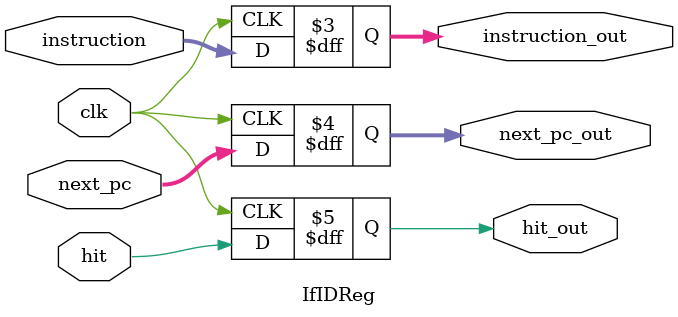
<source format=v>
`timescale 1ns / 1ps
module IfIDReg(input clk, input [31:0] next_pc , input [31:0]instruction, input hit
	,output reg[31:0]instruction_out, output reg[31:0]next_pc_out ,output reg hit_out
    );
initial 
	begin 
		instruction_out = 0;
	end

always@(negedge clk)
	begin
		hit_out<=hit;
		instruction_out <= instruction;
		next_pc_out <= next_pc;
	end
endmodule

</source>
